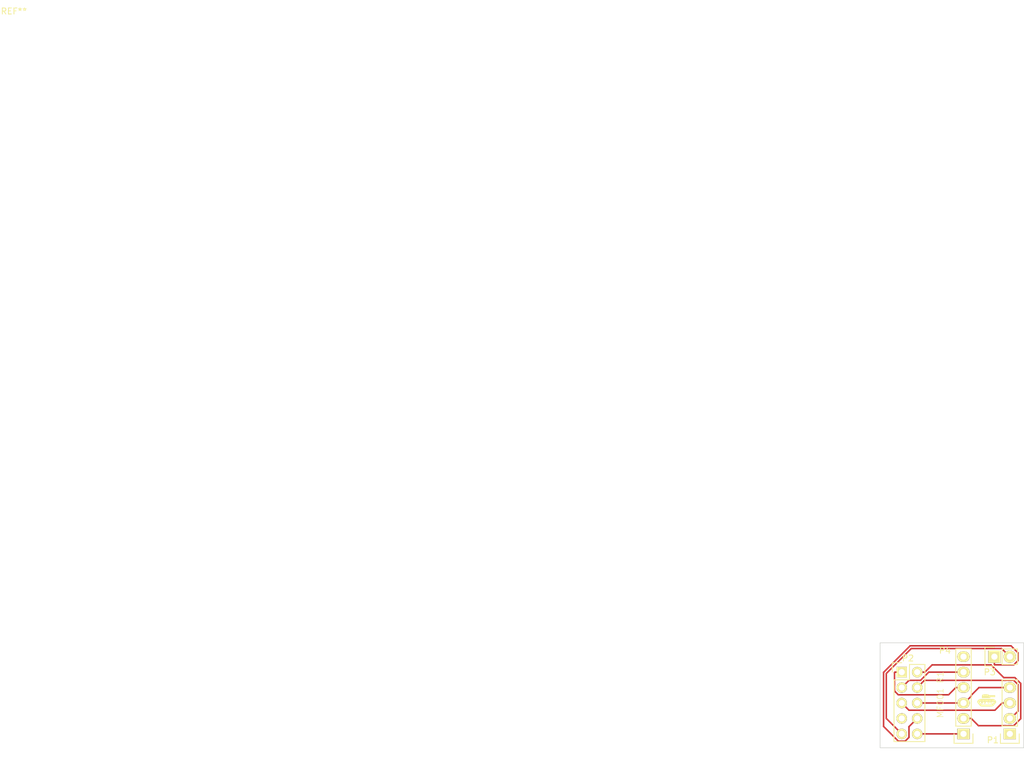
<source format=kicad_pcb>
(kicad_pcb (version 4) (host pcbnew 4.0.2+dfsg1-stable)

  (general
    (links 0)
    (no_connects 8)
    (area 142.443999 104.343999 166.166001 121.716001)
    (thickness 1.6)
    (drawings 6)
    (tracks 56)
    (zones 0)
    (modules 6)
    (nets 13)
  )

  (page A4)
  (layers
    (0 F.Cu signal)
    (31 B.Cu signal)
    (32 B.Adhes user)
    (33 F.Adhes user)
    (34 B.Paste user)
    (35 F.Paste user)
    (36 B.SilkS user)
    (37 F.SilkS user)
    (38 B.Mask user)
    (39 F.Mask user)
    (40 Dwgs.User user)
    (41 Cmts.User user)
    (42 Eco1.User user)
    (43 Eco2.User user)
    (44 Edge.Cuts user)
    (45 Margin user)
    (46 B.CrtYd user)
    (47 F.CrtYd user)
    (48 B.Fab user)
    (49 F.Fab user)
  )

  (setup
    (last_trace_width 0.25)
    (trace_clearance 0.2)
    (zone_clearance 0.508)
    (zone_45_only no)
    (trace_min 0.2)
    (segment_width 0.2)
    (edge_width 0.1)
    (via_size 0.6)
    (via_drill 0.4)
    (via_min_size 0.4)
    (via_min_drill 0.3)
    (uvia_size 0.3)
    (uvia_drill 0.1)
    (uvias_allowed no)
    (uvia_min_size 0.2)
    (uvia_min_drill 0.1)
    (pcb_text_width 0.3)
    (pcb_text_size 1.5 1.5)
    (mod_edge_width 0.15)
    (mod_text_size 1 1)
    (mod_text_width 0.15)
    (pad_size 1.5 1.5)
    (pad_drill 0.6)
    (pad_to_mask_clearance 0)
    (aux_axis_origin 0 0)
    (visible_elements FFFEEF7F)
    (pcbplotparams
      (layerselection 0x00030_80000001)
      (usegerberextensions false)
      (excludeedgelayer true)
      (linewidth 0.100000)
      (plotframeref false)
      (viasonmask false)
      (mode 1)
      (useauxorigin false)
      (hpglpennumber 1)
      (hpglpenspeed 20)
      (hpglpendiameter 15)
      (hpglpenoverlay 2)
      (psnegative false)
      (psa4output false)
      (plotreference true)
      (plotvalue true)
      (plotinvisibletext false)
      (padsonsilk false)
      (subtractmaskfromsilk false)
      (outputformat 1)
      (mirror false)
      (drillshape 1)
      (scaleselection 1)
      (outputdirectory ""))
  )

  (net 0 "")
  (net 1 "Net-(P1-Pad1)")
  (net 2 "Net-(P1-Pad2)")
  (net 3 "Net-(P1-Pad3)")
  (net 4 "Net-(P1-Pad4)")
  (net 5 "Net-(P2-Pad1)")
  (net 6 "Net-(P2-Pad2)")
  (net 7 "Net-(P2-Pad3)")
  (net 8 "Net-(P2-Pad7)")
  (net 9 "Net-(P2-Pad8)")
  (net 10 "Net-(P2-Pad9)")
  (net 11 "Net-(P2-Pad10)")
  (net 12 "Net-(P4-Pad6)")

  (net_class Default "This is the default net class."
    (clearance 0.2)
    (trace_width 0.25)
    (via_dia 0.6)
    (via_drill 0.4)
    (uvia_dia 0.3)
    (uvia_drill 0.1)
    (add_net "Net-(P1-Pad1)")
    (add_net "Net-(P1-Pad2)")
    (add_net "Net-(P1-Pad3)")
    (add_net "Net-(P1-Pad4)")
    (add_net "Net-(P2-Pad1)")
    (add_net "Net-(P2-Pad10)")
    (add_net "Net-(P2-Pad2)")
    (add_net "Net-(P2-Pad3)")
    (add_net "Net-(P2-Pad7)")
    (add_net "Net-(P2-Pad8)")
    (add_net "Net-(P2-Pad9)")
    (add_net "Net-(P4-Pad6)")
  )

  (module shaka (layer F.Cu) (tedit 599DA599) (tstamp 599DA5AC)
    (at 0 0)
    (fp_text reference REF** (at 0 0.5) (layer F.SilkS)
      (effects (font (size 1 1) (thickness 0.15)))
    )
    (fp_text value shaka (at 0 -0.5) (layer F.Fab)
      (effects (font (size 1 1) (thickness 0.15)))
    )
  )

  (module Pin_Headers:Pin_Header_Straight_1x04 (layer F.Cu) (tedit 0) (tstamp 599C9865)
    (at 163.83 119.38 180)
    (descr "Through hole pin header")
    (tags "pin header")
    (path /599C9CA4)
    (fp_text reference P1 (at 2.794 -1.016 180) (layer F.SilkS)
      (effects (font (size 1 1) (thickness 0.15)))
    )
    (fp_text value FTX (at 0 -3.1 180) (layer F.Fab)
      (effects (font (size 1 1) (thickness 0.15)))
    )
    (fp_line (start -1.75 -1.75) (end -1.75 9.4) (layer F.CrtYd) (width 0.05))
    (fp_line (start 1.75 -1.75) (end 1.75 9.4) (layer F.CrtYd) (width 0.05))
    (fp_line (start -1.75 -1.75) (end 1.75 -1.75) (layer F.CrtYd) (width 0.05))
    (fp_line (start -1.75 9.4) (end 1.75 9.4) (layer F.CrtYd) (width 0.05))
    (fp_line (start -1.27 1.27) (end -1.27 8.89) (layer F.SilkS) (width 0.15))
    (fp_line (start 1.27 1.27) (end 1.27 8.89) (layer F.SilkS) (width 0.15))
    (fp_line (start 1.55 -1.55) (end 1.55 0) (layer F.SilkS) (width 0.15))
    (fp_line (start -1.27 8.89) (end 1.27 8.89) (layer F.SilkS) (width 0.15))
    (fp_line (start 1.27 1.27) (end -1.27 1.27) (layer F.SilkS) (width 0.15))
    (fp_line (start -1.55 0) (end -1.55 -1.55) (layer F.SilkS) (width 0.15))
    (fp_line (start -1.55 -1.55) (end 1.55 -1.55) (layer F.SilkS) (width 0.15))
    (pad 1 thru_hole rect (at 0 0 180) (size 2.032 1.7272) (drill 1.016) (layers *.Cu *.Mask F.SilkS)
      (net 1 "Net-(P1-Pad1)"))
    (pad 2 thru_hole oval (at 0 2.54 180) (size 2.032 1.7272) (drill 1.016) (layers *.Cu *.Mask F.SilkS)
      (net 2 "Net-(P1-Pad2)"))
    (pad 3 thru_hole oval (at 0 5.08 180) (size 2.032 1.7272) (drill 1.016) (layers *.Cu *.Mask F.SilkS)
      (net 3 "Net-(P1-Pad3)"))
    (pad 4 thru_hole oval (at 0 7.62 180) (size 2.032 1.7272) (drill 1.016) (layers *.Cu *.Mask F.SilkS)
      (net 4 "Net-(P1-Pad4)"))
    (model Pin_Headers.3dshapes/Pin_Header_Straight_1x04.wrl
      (at (xyz 0 -0.15 0))
      (scale (xyz 1 1 1))
      (rotate (xyz 0 0 90))
    )
  )

  (module Pin_Headers:Pin_Header_Straight_2x05 (layer F.Cu) (tedit 0) (tstamp 599C9873)
    (at 146.05 109.22)
    (descr "Through hole pin header")
    (tags "pin header")
    (path /599C9B9F)
    (fp_text reference P2 (at 1.016 -2.286) (layer F.SilkS)
      (effects (font (size 1 1) (thickness 0.15)))
    )
    (fp_text value TDC-2050IDC (at 0 -3.1) (layer F.Fab)
      (effects (font (size 1 1) (thickness 0.15)))
    )
    (fp_line (start -1.75 -1.75) (end -1.75 11.95) (layer F.CrtYd) (width 0.05))
    (fp_line (start 4.3 -1.75) (end 4.3 11.95) (layer F.CrtYd) (width 0.05))
    (fp_line (start -1.75 -1.75) (end 4.3 -1.75) (layer F.CrtYd) (width 0.05))
    (fp_line (start -1.75 11.95) (end 4.3 11.95) (layer F.CrtYd) (width 0.05))
    (fp_line (start 3.81 -1.27) (end 3.81 11.43) (layer F.SilkS) (width 0.15))
    (fp_line (start 3.81 11.43) (end -1.27 11.43) (layer F.SilkS) (width 0.15))
    (fp_line (start -1.27 11.43) (end -1.27 1.27) (layer F.SilkS) (width 0.15))
    (fp_line (start 3.81 -1.27) (end 1.27 -1.27) (layer F.SilkS) (width 0.15))
    (fp_line (start 0 -1.55) (end -1.55 -1.55) (layer F.SilkS) (width 0.15))
    (fp_line (start 1.27 -1.27) (end 1.27 1.27) (layer F.SilkS) (width 0.15))
    (fp_line (start 1.27 1.27) (end -1.27 1.27) (layer F.SilkS) (width 0.15))
    (fp_line (start -1.55 -1.55) (end -1.55 0) (layer F.SilkS) (width 0.15))
    (pad 1 thru_hole rect (at 0 0) (size 1.7272 1.7272) (drill 1.016) (layers *.Cu *.Mask F.SilkS)
      (net 5 "Net-(P2-Pad1)"))
    (pad 2 thru_hole oval (at 2.54 0) (size 1.7272 1.7272) (drill 1.016) (layers *.Cu *.Mask F.SilkS)
      (net 6 "Net-(P2-Pad2)"))
    (pad 3 thru_hole oval (at 0 2.54) (size 1.7272 1.7272) (drill 1.016) (layers *.Cu *.Mask F.SilkS)
      (net 7 "Net-(P2-Pad3)"))
    (pad 4 thru_hole oval (at 2.54 2.54) (size 1.7272 1.7272) (drill 1.016) (layers *.Cu *.Mask F.SilkS)
      (net 2 "Net-(P1-Pad2)"))
    (pad 5 thru_hole oval (at 0 5.08) (size 1.7272 1.7272) (drill 1.016) (layers *.Cu *.Mask F.SilkS)
      (net 3 "Net-(P1-Pad3)"))
    (pad 6 thru_hole oval (at 2.54 5.08) (size 1.7272 1.7272) (drill 1.016) (layers *.Cu *.Mask F.SilkS)
      (net 4 "Net-(P1-Pad4)"))
    (pad 7 thru_hole oval (at 0 7.62) (size 1.7272 1.7272) (drill 1.016) (layers *.Cu *.Mask F.SilkS)
      (net 8 "Net-(P2-Pad7)"))
    (pad 8 thru_hole oval (at 2.54 7.62) (size 1.7272 1.7272) (drill 1.016) (layers *.Cu *.Mask F.SilkS)
      (net 9 "Net-(P2-Pad8)"))
    (pad 9 thru_hole oval (at 0 10.16) (size 1.7272 1.7272) (drill 1.016) (layers *.Cu *.Mask F.SilkS)
      (net 10 "Net-(P2-Pad9)"))
    (pad 10 thru_hole oval (at 2.54 10.16) (size 1.7272 1.7272) (drill 1.016) (layers *.Cu *.Mask F.SilkS)
      (net 11 "Net-(P2-Pad10)"))
    (model Pin_Headers.3dshapes/Pin_Header_Straight_2x05.wrl
      (at (xyz 0.05 -0.2 0))
      (scale (xyz 1 1 1))
      (rotate (xyz 0 0 90))
    )
  )

  (module Pin_Headers:Pin_Header_Straight_1x02 (layer F.Cu) (tedit 54EA090C) (tstamp 599C9879)
    (at 161.29 106.68 90)
    (descr "Through hole pin header")
    (tags "pin header")
    (path /599C8F30)
    (fp_text reference P3 (at -2.54 -0.762 180) (layer F.SilkS)
      (effects (font (size 1 1) (thickness 0.15)))
    )
    (fp_text value BAT (at 0 -3.1 90) (layer F.Fab)
      (effects (font (size 1 1) (thickness 0.15)))
    )
    (fp_line (start 1.27 1.27) (end 1.27 3.81) (layer F.SilkS) (width 0.15))
    (fp_line (start 1.55 -1.55) (end 1.55 0) (layer F.SilkS) (width 0.15))
    (fp_line (start -1.75 -1.75) (end -1.75 4.3) (layer F.CrtYd) (width 0.05))
    (fp_line (start 1.75 -1.75) (end 1.75 4.3) (layer F.CrtYd) (width 0.05))
    (fp_line (start -1.75 -1.75) (end 1.75 -1.75) (layer F.CrtYd) (width 0.05))
    (fp_line (start -1.75 4.3) (end 1.75 4.3) (layer F.CrtYd) (width 0.05))
    (fp_line (start 1.27 1.27) (end -1.27 1.27) (layer F.SilkS) (width 0.15))
    (fp_line (start -1.55 0) (end -1.55 -1.55) (layer F.SilkS) (width 0.15))
    (fp_line (start -1.55 -1.55) (end 1.55 -1.55) (layer F.SilkS) (width 0.15))
    (fp_line (start -1.27 1.27) (end -1.27 3.81) (layer F.SilkS) (width 0.15))
    (fp_line (start -1.27 3.81) (end 1.27 3.81) (layer F.SilkS) (width 0.15))
    (pad 1 thru_hole rect (at 0 0 90) (size 2.032 2.032) (drill 1.016) (layers *.Cu *.Mask F.SilkS)
      (net 9 "Net-(P2-Pad8)"))
    (pad 2 thru_hole oval (at 0 2.54 90) (size 2.032 2.032) (drill 1.016) (layers *.Cu *.Mask F.SilkS)
      (net 10 "Net-(P2-Pad9)"))
    (model Pin_Headers.3dshapes/Pin_Header_Straight_1x02.wrl
      (at (xyz 0 -0.05 0))
      (scale (xyz 1 1 1))
      (rotate (xyz 0 0 90))
    )
  )

  (module Pin_Headers:Pin_Header_Straight_1x06 (layer F.Cu) (tedit 599C9AFA) (tstamp 599C9883)
    (at 156.21 119.38 180)
    (descr "Through hole pin header")
    (tags "pin header")
    (path /599C9BEE)
    (fp_text reference P4 (at 3.048 13.716 180) (layer F.SilkS)
      (effects (font (size 1 1) (thickness 0.15)))
    )
    (fp_text value NUCLEO_SWD (at 0 15.24 180) (layer F.Fab)
      (effects (font (size 1 1) (thickness 0.15)))
    )
    (fp_line (start -1.75 -1.75) (end -1.75 14.45) (layer F.CrtYd) (width 0.05))
    (fp_line (start 1.75 -1.75) (end 1.75 14.45) (layer F.CrtYd) (width 0.05))
    (fp_line (start -1.75 -1.75) (end 1.75 -1.75) (layer F.CrtYd) (width 0.05))
    (fp_line (start -1.75 14.45) (end 1.75 14.45) (layer F.CrtYd) (width 0.05))
    (fp_line (start 1.27 1.27) (end 1.27 13.97) (layer F.SilkS) (width 0.15))
    (fp_line (start 1.27 13.97) (end -1.27 13.97) (layer F.SilkS) (width 0.15))
    (fp_line (start -1.27 13.97) (end -1.27 1.27) (layer F.SilkS) (width 0.15))
    (fp_line (start 1.55 -1.55) (end 1.55 0) (layer F.SilkS) (width 0.15))
    (fp_line (start 1.27 1.27) (end -1.27 1.27) (layer F.SilkS) (width 0.15))
    (fp_line (start -1.55 0) (end -1.55 -1.55) (layer F.SilkS) (width 0.15))
    (fp_line (start -1.55 -1.55) (end 1.55 -1.55) (layer F.SilkS) (width 0.15))
    (pad 1 thru_hole rect (at 0 0 180) (size 2.032 1.7272) (drill 1.016) (layers *.Cu *.Mask F.SilkS)
      (net 11 "Net-(P2-Pad10)"))
    (pad 2 thru_hole oval (at 0 2.54 180) (size 2.032 1.7272) (drill 1.016) (layers *.Cu *.Mask F.SilkS)
      (net 6 "Net-(P2-Pad2)"))
    (pad 3 thru_hole oval (at 0 5.08 180) (size 2.032 1.7272) (drill 1.016) (layers *.Cu *.Mask F.SilkS)
      (net 4 "Net-(P1-Pad4)"))
    (pad 4 thru_hole oval (at 0 7.62 180) (size 2.032 1.7272) (drill 1.016) (layers *.Cu *.Mask F.SilkS)
      (net 5 "Net-(P2-Pad1)"))
    (pad 5 thru_hole oval (at 0 10.16 180) (size 2.032 1.7272) (drill 1.016) (layers *.Cu *.Mask F.SilkS)
      (net 7 "Net-(P2-Pad3)"))
    (pad 6 thru_hole oval (at 0 12.7 180) (size 2.032 1.7272) (drill 1.016) (layers *.Cu *.Mask F.SilkS)
      (net 12 "Net-(P4-Pad6)"))
    (model Pin_Headers.3dshapes/Pin_Header_Straight_1x06.wrl
      (at (xyz 0 -0.25 0))
      (scale (xyz 1 1 1))
      (rotate (xyz 0 0 90))
    )
  )

  (module prog-cable-2:tank-small (layer F.Cu) (tedit 0) (tstamp 599DAC3E)
    (at 160.02 113.792)
    (fp_text reference G*** (at 0 0) (layer F.SilkS) hide
      (effects (font (thickness 0.3)))
    )
    (fp_text value LOGO (at 0.75 0) (layer F.SilkS) hide
      (effects (font (thickness 0.3)))
    )
    (fp_poly (pts (xy 0.015931 -0.157955) (xy 1.135743 -0.156028) (xy 1.172029 -0.138832) (xy 1.235406 -0.103527)
      (xy 1.302563 -0.056233) (xy 1.371646 0.001664) (xy 1.415173 0.042814) (xy 1.458089 0.08659)
      (xy 1.490911 0.123969) (xy 1.514992 0.15748) (xy 1.531687 0.18965) (xy 1.542346 0.223006)
      (xy 1.548326 0.260075) (xy 1.550722 0.295972) (xy 1.551584 0.322935) (xy 1.551437 0.346562)
      (xy 1.549544 0.368167) (xy 1.545169 0.389063) (xy 1.537577 0.410566) (xy 1.526031 0.433989)
      (xy 1.509794 0.460648) (xy 1.488131 0.491856) (xy 1.460305 0.528928) (xy 1.42558 0.573178)
      (xy 1.38322 0.625921) (xy 1.332488 0.688471) (xy 1.327264 0.6949) (xy 1.284823 0.746894)
      (xy 1.24406 0.796383) (xy 1.20613 0.841999) (xy 1.172189 0.882372) (xy 1.14339 0.916133)
      (xy 1.120888 0.941911) (xy 1.105837 0.958337) (xy 1.101959 0.96217) (xy 1.042874 1.007344)
      (xy 0.974326 1.04376) (xy 0.899389 1.069978) (xy 0.848611 1.080885) (xy 0.836382 1.08171)
      (xy 0.810855 1.082493) (xy 0.773171 1.083234) (xy 0.724467 1.08393) (xy 0.665881 1.084579)
      (xy 0.598552 1.085178) (xy 0.523619 1.085726) (xy 0.44222 1.086221) (xy 0.355492 1.08666)
      (xy 0.264575 1.087041) (xy 0.170607 1.087362) (xy 0.074727 1.087621) (xy -0.021928 1.087816)
      (xy -0.118219 1.087945) (xy -0.213007 1.088005) (xy -0.305155 1.087995) (xy -0.393524 1.087912)
      (xy -0.476974 1.087755) (xy -0.554369 1.08752) (xy -0.62457 1.087206) (xy -0.686437 1.086811)
      (xy -0.738834 1.086333) (xy -0.780621 1.085769) (xy -0.81066 1.085118) (xy -0.827813 1.084376)
      (xy -0.830943 1.08403) (xy -0.872768 1.075504) (xy -0.904106 1.06825) (xy -0.92879 1.061188)
      (xy -0.950657 1.053239) (xy -0.970189 1.044845) (xy -1.031582 1.012238) (xy -1.084537 0.972666)
      (xy -1.116922 0.941545) (xy -1.133306 0.923505) (xy -1.156351 0.896807) (xy -1.184883 0.862914)
      (xy -1.217731 0.823288) (xy -1.25372 0.779391) (xy -1.291679 0.732686) (xy -1.330436 0.684635)
      (xy -1.368816 0.6367) (xy -1.405647 0.590343) (xy -1.439758 0.547028) (xy -1.469974 0.508216)
      (xy -1.495123 0.475369) (xy -1.514034 0.449951) (xy -1.525531 0.433423) (xy -1.528315 0.428549)
      (xy -1.540007 0.390056) (xy -1.546905 0.343893) (xy -1.547763 0.316168) (xy -1.2192 0.316168)
      (xy -1.214773 0.322636) (xy -1.202338 0.338712) (xy -1.183169 0.362843) (xy -1.158537 0.393477)
      (xy -1.129715 0.42906) (xy -1.097973 0.46804) (xy -1.064584 0.508863) (xy -1.030819 0.549978)
      (xy -0.997952 0.589831) (xy -0.967253 0.626868) (xy -0.939995 0.659538) (xy -0.917449 0.686287)
      (xy -0.900888 0.705563) (xy -0.893443 0.713879) (xy -0.871758 0.733532) (xy -0.84754 0.75045)
      (xy -0.8382 0.755449) (xy -0.8332 0.757547) (xy -0.827193 0.759416) (xy -0.819359 0.761069)
      (xy -0.808876 0.76252) (xy -0.794922 0.763782) (xy -0.776676 0.764868) (xy -0.753318 0.765792)
      (xy -0.724024 0.766566) (xy -0.687975 0.767205) (xy -0.644348 0.767721) (xy -0.592322 0.768128)
      (xy -0.531076 0.768439) (xy -0.459789 0.768667) (xy -0.377639 0.768826) (xy -0.283804 0.768928)
      (xy -0.177464 0.768989) (xy -0.057796 0.769019) (xy 0 0.769027) (xy 0.809172 0.769115)
      (xy 0.846148 0.751898) (xy 0.856784 0.746345) (xy 0.867705 0.739013) (xy 0.879996 0.728727)
      (xy 0.894742 0.71431) (xy 0.913029 0.694588) (xy 0.93594 0.668386) (xy 0.964562 0.634528)
      (xy 0.999979 0.591838) (xy 1.043277 0.539143) (xy 1.048768 0.53244) (xy 1.087133 0.485582)
      (xy 1.122738 0.442062) (xy 1.154498 0.403209) (xy 1.181329 0.37035) (xy 1.202147 0.344814)
      (xy 1.215867 0.327927) (xy 1.221323 0.321129) (xy 1.220694 0.318378) (xy 1.213286 0.316213)
      (xy 1.197825 0.314574) (xy 1.173032 0.313402) (xy 1.137632 0.312639) (xy 1.090347 0.312225)
      (xy 1.0299 0.312101) (xy 1.02596 0.312102) (xy 0.966725 0.312163) (xy 0.92062 0.312376)
      (xy 0.886262 0.312827) (xy 0.862269 0.313604) (xy 0.847255 0.314794) (xy 0.839838 0.316484)
      (xy 0.838635 0.318761) (xy 0.842262 0.321712) (xy 0.845457 0.32347) (xy 0.884019 0.350937)
      (xy 0.910879 0.386839) (xy 0.925651 0.430522) (xy 0.928596 0.464457) (xy 0.922111 0.511962)
      (xy 0.903548 0.553119) (xy 0.874246 0.586182) (xy 0.835544 0.609405) (xy 0.81151 0.617167)
      (xy 0.765342 0.621164) (xy 0.720458 0.611983) (xy 0.679904 0.590818) (xy 0.646723 0.558868)
      (xy 0.64028 0.549857) (xy 0.629713 0.531884) (xy 0.623705 0.514533) (xy 0.621038 0.492578)
      (xy 0.620486 0.464987) (xy 0.624088 0.420114) (xy 0.63598 0.38497) (xy 0.657789 0.356388)
      (xy 0.688357 0.332948) (xy 0.721299 0.312057) (xy 0.540264 0.312102) (xy 0.484628 0.312169)
      (xy 0.442065 0.312407) (xy 0.411133 0.31292) (xy 0.390391 0.313811) (xy 0.378397 0.315181)
      (xy 0.37371 0.317135) (xy 0.374888 0.319774) (xy 0.380489 0.323203) (xy 0.381 0.32347)
      (xy 0.419562 0.350937) (xy 0.446422 0.386839) (xy 0.461194 0.430522) (xy 0.464138 0.464457)
      (xy 0.457653 0.511962) (xy 0.439091 0.553119) (xy 0.409789 0.586182) (xy 0.371087 0.609405)
      (xy 0.347053 0.617167) (xy 0.300885 0.621164) (xy 0.256001 0.611983) (xy 0.215446 0.590818)
      (xy 0.182265 0.558868) (xy 0.175823 0.549857) (xy 0.165256 0.531884) (xy 0.159248 0.514533)
      (xy 0.156581 0.492578) (xy 0.156029 0.464987) (xy 0.159631 0.420114) (xy 0.171523 0.38497)
      (xy 0.193332 0.356388) (xy 0.2239 0.332948) (xy 0.256842 0.312057) (xy -0.256842 0.312057)
      (xy -0.223899 0.332948) (xy -0.19142 0.35827) (xy -0.17037 0.387213) (xy -0.15912 0.422944)
      (xy -0.156028 0.464987) (xy -0.156751 0.495419) (xy -0.15973 0.516601) (xy -0.166186 0.533762)
      (xy -0.175823 0.549857) (xy -0.206814 0.584186) (xy -0.245898 0.608011) (xy -0.290032 0.620137)
      (xy -0.336171 0.619367) (xy -0.347053 0.617167) (xy -0.388744 0.600644) (xy -0.421652 0.574695)
      (xy -0.445509 0.541649) (xy -0.460046 0.503836) (xy -0.464992 0.463585) (xy -0.460079 0.423226)
      (xy -0.445038 0.385088) (xy -0.4196 0.351501) (xy -0.383494 0.324793) (xy -0.381 0.32347)
      (xy -0.375147 0.319983) (xy -0.373619 0.317293) (xy -0.377857 0.315295) (xy -0.389303 0.313888)
      (xy -0.409399 0.312968) (xy -0.439584 0.312433) (xy -0.481302 0.312179) (xy -0.535994 0.312103)
      (xy -0.540264 0.312102) (xy -0.721299 0.312057) (xy -0.688357 0.332948) (xy -0.655877 0.35827)
      (xy -0.634827 0.387213) (xy -0.623578 0.422944) (xy -0.620486 0.464987) (xy -0.621208 0.495419)
      (xy -0.624187 0.516601) (xy -0.630643 0.533762) (xy -0.64028 0.549857) (xy -0.671271 0.584186)
      (xy -0.710355 0.608011) (xy -0.754489 0.620137) (xy -0.800628 0.619367) (xy -0.81151 0.617167)
      (xy -0.853201 0.600644) (xy -0.886109 0.574695) (xy -0.909966 0.541649) (xy -0.924503 0.503836)
      (xy -0.929449 0.463585) (xy -0.924537 0.423226) (xy -0.909495 0.385088) (xy -0.884057 0.351501)
      (xy -0.847951 0.324793) (xy -0.845457 0.32347) (xy -0.839867 0.320115) (xy -0.838451 0.317494)
      (xy -0.842606 0.315516) (xy -0.853725 0.31409) (xy -0.873204 0.313128) (xy -0.902439 0.312537)
      (xy -0.942825 0.31223) (xy -0.995757 0.312115) (xy -1.021443 0.312102) (xy -1.073318 0.312235)
      (xy -1.120106 0.312631) (xy -1.159946 0.313254) (xy -1.190978 0.314065) (xy -1.211339 0.315024)
      (xy -1.219169 0.316095) (xy -1.2192 0.316168) (xy -1.547763 0.316168) (xy -1.548379 0.296296)
      (xy -1.545219 0.261313) (xy -1.535361 0.218061) (xy -1.519454 0.177294) (xy -1.496191 0.137071)
      (xy -1.464262 0.095453) (xy -1.422359 0.0505) (xy -1.369174 0.000273) (xy -1.369084 0.000192)
      (xy -1.301776 -0.056224) (xy -1.238427 -0.100474) (xy -1.179747 -0.132089) (xy -1.152469 -0.142981)
      (xy -1.103882 -0.159882) (xy 0.015931 -0.157955)) (layer F.SilkS) (width 0.01))
    (fp_poly (pts (xy 0.031282 -0.928019) (xy 0.082159 -0.92744) (xy 0.123895 -0.92623) (xy 0.157832 -0.924252)
      (xy 0.185315 -0.921366) (xy 0.207685 -0.917435) (xy 0.226287 -0.912319) (xy 0.242463 -0.905879)
      (xy 0.257557 -0.897979) (xy 0.272912 -0.888478) (xy 0.288701 -0.87802) (xy 0.316079 -0.857035)
      (xy 0.342869 -0.832126) (xy 0.360062 -0.812639) (xy 0.387611 -0.776514) (xy 1.393372 -0.776514)
      (xy 1.393372 -0.464457) (xy 0.972457 -0.464457) (xy 0.895796 -0.464394) (xy 0.823636 -0.464213)
      (xy 0.757252 -0.463925) (xy 0.697921 -0.463541) (xy 0.646919 -0.463074) (xy 0.605521 -0.462533)
      (xy 0.575003 -0.461932) (xy 0.556641 -0.46128) (xy 0.551543 -0.460697) (xy 0.554608 -0.453081)
      (xy 0.562919 -0.435298) (xy 0.575155 -0.410122) (xy 0.587829 -0.384629) (xy 0.602383 -0.355308)
      (xy 0.614154 -0.330991) (xy 0.621817 -0.314451) (xy 0.624114 -0.30856) (xy 0.617022 -0.308026)
      (xy 0.596405 -0.307515) (xy 0.563251 -0.307031) (xy 0.51855 -0.306581) (xy 0.463291 -0.306169)
      (xy 0.398463 -0.305802) (xy 0.325056 -0.305483) (xy 0.244057 -0.305219) (xy 0.156456 -0.305015)
      (xy 0.063243 -0.304875) (xy -0.034594 -0.304807) (xy -0.0762 -0.3048) (xy -0.776514 -0.3048)
      (xy -0.776514 -0.481075) (xy -0.776182 -0.547337) (xy -0.77499 -0.601164) (xy -0.772647 -0.644624)
      (xy -0.768864 -0.679785) (xy -0.763349 -0.708715) (xy -0.755811 -0.733482) (xy -0.745959 -0.756155)
      (xy -0.734994 -0.776274) (xy -0.700742 -0.822677) (xy -0.656598 -0.864294) (xy -0.607175 -0.896925)
      (xy -0.596833 -0.902113) (xy -0.547914 -0.925286) (xy -0.189628 -0.927362) (xy -0.103268 -0.927842)
      (xy -0.030079 -0.928107) (xy 0.031282 -0.928019)) (layer F.SilkS) (width 0.01))
  )

  (gr_text "MF001 R1" (at 152.4 116.84 90) (layer F.SilkS)
    (effects (font (size 1.016 1.016) (thickness 0.1016)) (justify left))
  )
  (gr_line (start 142.494 104.394) (end 156.21 104.394) (layer Edge.Cuts) (width 0.1))
  (gr_line (start 142.494 121.666) (end 142.494 104.394) (layer Edge.Cuts) (width 0.1))
  (gr_line (start 166.116 121.666) (end 142.494 121.666) (layer Edge.Cuts) (width 0.1))
  (gr_line (start 166.116 104.394) (end 166.116 121.666) (layer Edge.Cuts) (width 0.1))
  (gr_line (start 156.21 104.394) (end 166.116 104.394) (layer Edge.Cuts) (width 0.1))

  (segment (start 161.29 107.946) (end 161.29 106.68) (width 0.25) (layer F.Cu) (net 9))
  (segment (start 148.59 116.84) (end 147.238601 118.191399) (width 0.25) (layer F.Cu) (net 9))
  (segment (start 147.238601 118.191399) (end 147.238601 119.950529) (width 0.25) (layer F.Cu) (net 9))
  (segment (start 146.620529 120.568601) (end 145.479471 120.568601) (width 0.25) (layer F.Cu) (net 9))
  (segment (start 147.238601 119.950529) (end 146.620529 120.568601) (width 0.25) (layer F.Cu) (net 9))
  (segment (start 146.05 119.38) (end 143.51 116.84) (width 0.25) (layer F.Cu) (net 10))
  (segment (start 163.83 116.84) (end 163.9824 116.84) (width 0.25) (layer F.Cu) (net 2))
  (segment (start 163.9824 116.84) (end 165.17101 115.65139) (width 0.25) (layer F.Cu) (net 2))
  (segment (start 165.17101 115.65139) (end 165.17101 111.267662) (width 0.25) (layer F.Cu) (net 2))
  (segment (start 165.17101 111.267662) (end 164.474738 110.57139) (width 0.25) (layer F.Cu) (net 2))
  (segment (start 164.474738 110.57139) (end 149.77861 110.57139) (width 0.25) (layer F.Cu) (net 2))
  (segment (start 149.77861 110.57139) (end 149.453599 110.896401) (width 0.25) (layer F.Cu) (net 2))
  (segment (start 149.453599 110.896401) (end 148.59 111.76) (width 0.25) (layer F.Cu) (net 2))
  (segment (start 163.83 114.3) (end 162.564 114.3) (width 0.25) (layer F.Cu) (net 3))
  (segment (start 161.375399 115.488601) (end 147.238601 115.488601) (width 0.25) (layer F.Cu) (net 3))
  (segment (start 162.564 114.3) (end 161.375399 115.488601) (width 0.25) (layer F.Cu) (net 3))
  (segment (start 146.913599 115.163599) (end 146.05 114.3) (width 0.25) (layer F.Cu) (net 3))
  (segment (start 147.238601 115.488601) (end 146.913599 115.163599) (width 0.25) (layer F.Cu) (net 3))
  (segment (start 156.21 114.3) (end 148.59 114.3) (width 0.25) (layer F.Cu) (net 4))
  (segment (start 163.83 111.76) (end 158.75 111.76) (width 0.25) (layer F.Cu) (net 4))
  (segment (start 156.3624 114.3) (end 156.21 114.3) (width 0.25) (layer F.Cu) (net 4))
  (segment (start 158.75 111.76) (end 157.476 113.034) (width 0.25) (layer F.Cu) (net 4))
  (segment (start 157.476 113.034) (end 157.476 113.1864) (width 0.25) (layer F.Cu) (net 4))
  (segment (start 157.476 113.1864) (end 156.3624 114.3) (width 0.25) (layer F.Cu) (net 4))
  (segment (start 146.05 109.22) (end 144.9364 109.22) (width 0.25) (layer F.Cu) (net 5))
  (segment (start 153.755399 112.948601) (end 154.944 111.76) (width 0.25) (layer F.Cu) (net 5))
  (segment (start 144.9364 109.22) (end 144.861399 109.295001) (width 0.25) (layer F.Cu) (net 5))
  (segment (start 144.861399 109.295001) (end 144.861399 112.330529) (width 0.25) (layer F.Cu) (net 5))
  (segment (start 144.861399 112.330529) (end 145.479471 112.948601) (width 0.25) (layer F.Cu) (net 5))
  (segment (start 145.479471 112.948601) (end 153.755399 112.948601) (width 0.25) (layer F.Cu) (net 5))
  (segment (start 154.944 111.76) (end 156.21 111.76) (width 0.25) (layer F.Cu) (net 5))
  (segment (start 148.59 109.22) (end 149.85718 109.22) (width 0.25) (layer F.Cu) (net 6))
  (segment (start 149.85718 109.22) (end 151.04579 108.03139) (width 0.25) (layer F.Cu) (net 6))
  (segment (start 151.04579 108.03139) (end 160.73898 108.03139) (width 0.25) (layer F.Cu) (net 6))
  (segment (start 164.661139 110.121381) (end 165.62102 111.081262) (width 0.25) (layer F.Cu) (net 6))
  (segment (start 160.73898 108.03139) (end 162.82897 110.12138) (width 0.25) (layer F.Cu) (net 6))
  (segment (start 162.82897 110.12138) (end 164.661139 110.121381) (width 0.25) (layer F.Cu) (net 6))
  (segment (start 165.62102 111.081262) (end 165.62102 116.882328) (width 0.25) (layer F.Cu) (net 6))
  (segment (start 165.62102 116.882328) (end 164.474738 118.02861) (width 0.25) (layer F.Cu) (net 6))
  (segment (start 164.474738 118.02861) (end 158.66461 118.02861) (width 0.25) (layer F.Cu) (net 6))
  (segment (start 158.66461 118.02861) (end 157.476 116.84) (width 0.25) (layer F.Cu) (net 6))
  (segment (start 157.476 116.84) (end 156.21 116.84) (width 0.25) (layer F.Cu) (net 6))
  (segment (start 146.05 111.76) (end 147.238601 110.571399) (width 0.25) (layer F.Cu) (net 7))
  (segment (start 147.238601 110.571399) (end 149.142191 110.571399) (width 0.25) (layer F.Cu) (net 7))
  (segment (start 149.142191 110.571399) (end 150.49359 109.22) (width 0.25) (layer F.Cu) (net 7))
  (segment (start 150.49359 109.22) (end 154.944 109.22) (width 0.25) (layer F.Cu) (net 7))
  (segment (start 154.944 109.22) (end 156.21 109.22) (width 0.25) (layer F.Cu) (net 7))
  (segment (start 145.479471 120.568601) (end 143.059991 118.149121) (width 0.25) (layer F.Cu) (net 9))
  (segment (start 143.059991 118.149121) (end 143.059991 109.261397) (width 0.25) (layer F.Cu) (net 9))
  (segment (start 164.023671 104.888989) (end 165.171001 106.036319) (width 0.25) (layer F.Cu) (net 9))
  (segment (start 143.059991 109.261397) (end 147.432399 104.888989) (width 0.25) (layer F.Cu) (net 9))
  (segment (start 147.432399 104.888989) (end 164.023671 104.888989) (width 0.25) (layer F.Cu) (net 9))
  (segment (start 165.171001 107.323681) (end 164.473681 108.021001) (width 0.25) (layer F.Cu) (net 9))
  (segment (start 161.365001 108.021001) (end 161.29 107.946) (width 0.25) (layer F.Cu) (net 9))
  (segment (start 165.171001 106.036319) (end 165.171001 107.323681) (width 0.25) (layer F.Cu) (net 9))
  (segment (start 164.473681 108.021001) (end 161.365001 108.021001) (width 0.25) (layer F.Cu) (net 9))
  (segment (start 143.51 116.84) (end 143.51 109.447798) (width 0.25) (layer F.Cu) (net 10))
  (segment (start 143.51 109.447798) (end 147.618799 105.338999) (width 0.25) (layer F.Cu) (net 10))
  (segment (start 147.618799 105.338999) (end 162.488999 105.338999) (width 0.25) (layer F.Cu) (net 10))
  (segment (start 162.488999 105.338999) (end 162.814001 105.664001) (width 0.25) (layer F.Cu) (net 10))
  (segment (start 162.814001 105.664001) (end 163.83 106.68) (width 0.25) (layer F.Cu) (net 10))
  (segment (start 148.59 119.38) (end 156.21 119.38) (width 0.25) (layer F.Cu) (net 11))

)

</source>
